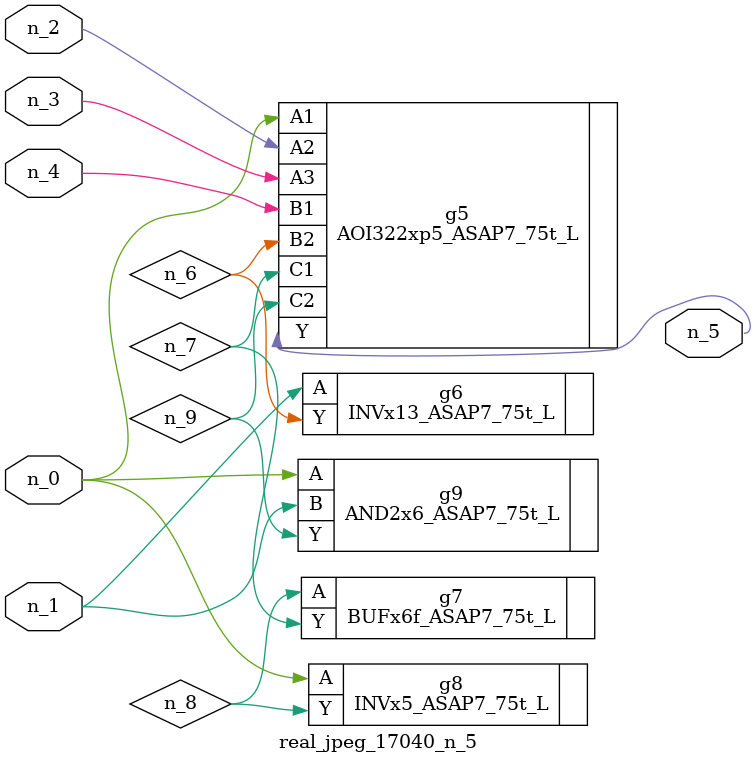
<source format=v>
module real_jpeg_17040_n_5 (n_4, n_0, n_1, n_2, n_3, n_5);

input n_4;
input n_0;
input n_1;
input n_2;
input n_3;

output n_5;

wire n_8;
wire n_6;
wire n_7;
wire n_9;

AOI322xp5_ASAP7_75t_L g5 ( 
.A1(n_0),
.A2(n_2),
.A3(n_3),
.B1(n_4),
.B2(n_6),
.C1(n_7),
.C2(n_9),
.Y(n_5)
);

INVx5_ASAP7_75t_L g8 ( 
.A(n_0),
.Y(n_8)
);

AND2x6_ASAP7_75t_L g9 ( 
.A(n_0),
.B(n_1),
.Y(n_9)
);

INVx13_ASAP7_75t_L g6 ( 
.A(n_1),
.Y(n_6)
);

BUFx6f_ASAP7_75t_L g7 ( 
.A(n_8),
.Y(n_7)
);


endmodule
</source>
